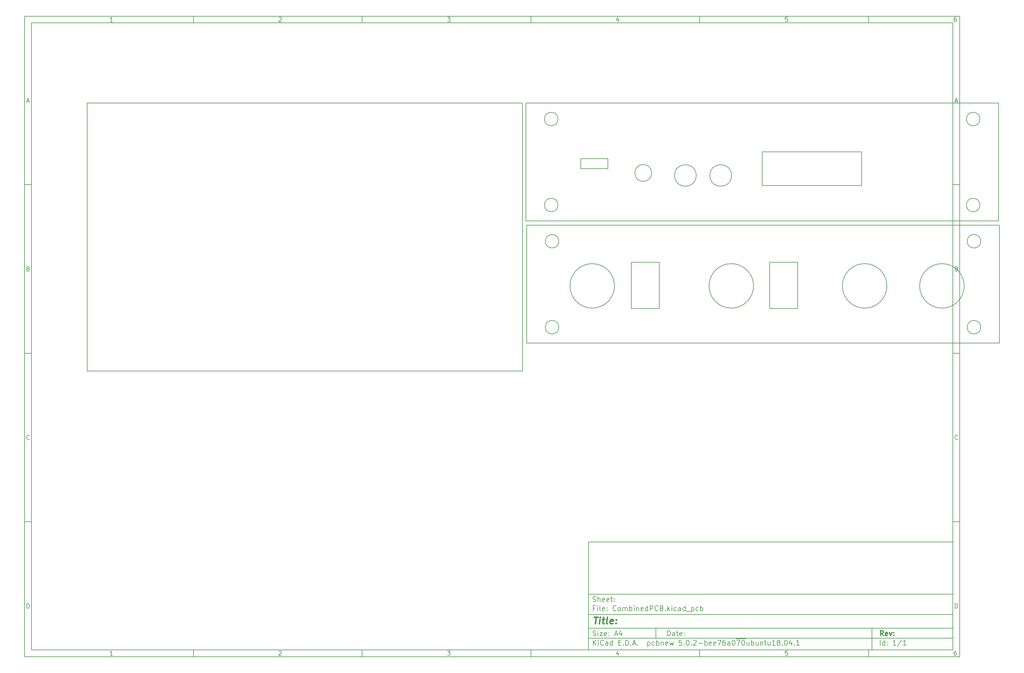
<source format=gm1>
G04 #@! TF.GenerationSoftware,KiCad,Pcbnew,5.0.2-bee76a0~70~ubuntu18.04.1*
G04 #@! TF.CreationDate,2019-02-25T13:51:23+02:00*
G04 #@! TF.ProjectId,CombinedPCB,436f6d62-696e-4656-9450-43422e6b6963,rev?*
G04 #@! TF.SameCoordinates,Original*
G04 #@! TF.FileFunction,Profile,NP*
%FSLAX46Y46*%
G04 Gerber Fmt 4.6, Leading zero omitted, Abs format (unit mm)*
G04 Created by KiCad (PCBNEW 5.0.2-bee76a0~70~ubuntu18.04.1) date Mon Feb 25 13:51:23 2019*
%MOMM*%
%LPD*%
G01*
G04 APERTURE LIST*
%ADD10C,0.100000*%
%ADD11C,0.150000*%
%ADD12C,0.300000*%
%ADD13C,0.400000*%
%ADD14C,0.200000*%
G04 APERTURE END LIST*
D10*
D11*
X177002200Y-166007200D02*
X177002200Y-198007200D01*
X285002200Y-198007200D01*
X285002200Y-166007200D01*
X177002200Y-166007200D01*
D10*
D11*
X10000000Y-10000000D02*
X10000000Y-200007200D01*
X287002200Y-200007200D01*
X287002200Y-10000000D01*
X10000000Y-10000000D01*
D10*
D11*
X12000000Y-12000000D02*
X12000000Y-198007200D01*
X285002200Y-198007200D01*
X285002200Y-12000000D01*
X12000000Y-12000000D01*
D10*
D11*
X60000000Y-12000000D02*
X60000000Y-10000000D01*
D10*
D11*
X110000000Y-12000000D02*
X110000000Y-10000000D01*
D10*
D11*
X160000000Y-12000000D02*
X160000000Y-10000000D01*
D10*
D11*
X210000000Y-12000000D02*
X210000000Y-10000000D01*
D10*
D11*
X260000000Y-12000000D02*
X260000000Y-10000000D01*
D10*
D11*
X36065476Y-11588095D02*
X35322619Y-11588095D01*
X35694047Y-11588095D02*
X35694047Y-10288095D01*
X35570238Y-10473809D01*
X35446428Y-10597619D01*
X35322619Y-10659523D01*
D10*
D11*
X85322619Y-10411904D02*
X85384523Y-10350000D01*
X85508333Y-10288095D01*
X85817857Y-10288095D01*
X85941666Y-10350000D01*
X86003571Y-10411904D01*
X86065476Y-10535714D01*
X86065476Y-10659523D01*
X86003571Y-10845238D01*
X85260714Y-11588095D01*
X86065476Y-11588095D01*
D10*
D11*
X135260714Y-10288095D02*
X136065476Y-10288095D01*
X135632142Y-10783333D01*
X135817857Y-10783333D01*
X135941666Y-10845238D01*
X136003571Y-10907142D01*
X136065476Y-11030952D01*
X136065476Y-11340476D01*
X136003571Y-11464285D01*
X135941666Y-11526190D01*
X135817857Y-11588095D01*
X135446428Y-11588095D01*
X135322619Y-11526190D01*
X135260714Y-11464285D01*
D10*
D11*
X185941666Y-10721428D02*
X185941666Y-11588095D01*
X185632142Y-10226190D02*
X185322619Y-11154761D01*
X186127380Y-11154761D01*
D10*
D11*
X236003571Y-10288095D02*
X235384523Y-10288095D01*
X235322619Y-10907142D01*
X235384523Y-10845238D01*
X235508333Y-10783333D01*
X235817857Y-10783333D01*
X235941666Y-10845238D01*
X236003571Y-10907142D01*
X236065476Y-11030952D01*
X236065476Y-11340476D01*
X236003571Y-11464285D01*
X235941666Y-11526190D01*
X235817857Y-11588095D01*
X235508333Y-11588095D01*
X235384523Y-11526190D01*
X235322619Y-11464285D01*
D10*
D11*
X285941666Y-10288095D02*
X285694047Y-10288095D01*
X285570238Y-10350000D01*
X285508333Y-10411904D01*
X285384523Y-10597619D01*
X285322619Y-10845238D01*
X285322619Y-11340476D01*
X285384523Y-11464285D01*
X285446428Y-11526190D01*
X285570238Y-11588095D01*
X285817857Y-11588095D01*
X285941666Y-11526190D01*
X286003571Y-11464285D01*
X286065476Y-11340476D01*
X286065476Y-11030952D01*
X286003571Y-10907142D01*
X285941666Y-10845238D01*
X285817857Y-10783333D01*
X285570238Y-10783333D01*
X285446428Y-10845238D01*
X285384523Y-10907142D01*
X285322619Y-11030952D01*
D10*
D11*
X60000000Y-198007200D02*
X60000000Y-200007200D01*
D10*
D11*
X110000000Y-198007200D02*
X110000000Y-200007200D01*
D10*
D11*
X160000000Y-198007200D02*
X160000000Y-200007200D01*
D10*
D11*
X210000000Y-198007200D02*
X210000000Y-200007200D01*
D10*
D11*
X260000000Y-198007200D02*
X260000000Y-200007200D01*
D10*
D11*
X36065476Y-199595295D02*
X35322619Y-199595295D01*
X35694047Y-199595295D02*
X35694047Y-198295295D01*
X35570238Y-198481009D01*
X35446428Y-198604819D01*
X35322619Y-198666723D01*
D10*
D11*
X85322619Y-198419104D02*
X85384523Y-198357200D01*
X85508333Y-198295295D01*
X85817857Y-198295295D01*
X85941666Y-198357200D01*
X86003571Y-198419104D01*
X86065476Y-198542914D01*
X86065476Y-198666723D01*
X86003571Y-198852438D01*
X85260714Y-199595295D01*
X86065476Y-199595295D01*
D10*
D11*
X135260714Y-198295295D02*
X136065476Y-198295295D01*
X135632142Y-198790533D01*
X135817857Y-198790533D01*
X135941666Y-198852438D01*
X136003571Y-198914342D01*
X136065476Y-199038152D01*
X136065476Y-199347676D01*
X136003571Y-199471485D01*
X135941666Y-199533390D01*
X135817857Y-199595295D01*
X135446428Y-199595295D01*
X135322619Y-199533390D01*
X135260714Y-199471485D01*
D10*
D11*
X185941666Y-198728628D02*
X185941666Y-199595295D01*
X185632142Y-198233390D02*
X185322619Y-199161961D01*
X186127380Y-199161961D01*
D10*
D11*
X236003571Y-198295295D02*
X235384523Y-198295295D01*
X235322619Y-198914342D01*
X235384523Y-198852438D01*
X235508333Y-198790533D01*
X235817857Y-198790533D01*
X235941666Y-198852438D01*
X236003571Y-198914342D01*
X236065476Y-199038152D01*
X236065476Y-199347676D01*
X236003571Y-199471485D01*
X235941666Y-199533390D01*
X235817857Y-199595295D01*
X235508333Y-199595295D01*
X235384523Y-199533390D01*
X235322619Y-199471485D01*
D10*
D11*
X285941666Y-198295295D02*
X285694047Y-198295295D01*
X285570238Y-198357200D01*
X285508333Y-198419104D01*
X285384523Y-198604819D01*
X285322619Y-198852438D01*
X285322619Y-199347676D01*
X285384523Y-199471485D01*
X285446428Y-199533390D01*
X285570238Y-199595295D01*
X285817857Y-199595295D01*
X285941666Y-199533390D01*
X286003571Y-199471485D01*
X286065476Y-199347676D01*
X286065476Y-199038152D01*
X286003571Y-198914342D01*
X285941666Y-198852438D01*
X285817857Y-198790533D01*
X285570238Y-198790533D01*
X285446428Y-198852438D01*
X285384523Y-198914342D01*
X285322619Y-199038152D01*
D10*
D11*
X10000000Y-60000000D02*
X12000000Y-60000000D01*
D10*
D11*
X10000000Y-110000000D02*
X12000000Y-110000000D01*
D10*
D11*
X10000000Y-160000000D02*
X12000000Y-160000000D01*
D10*
D11*
X10690476Y-35216666D02*
X11309523Y-35216666D01*
X10566666Y-35588095D02*
X11000000Y-34288095D01*
X11433333Y-35588095D01*
D10*
D11*
X11092857Y-84907142D02*
X11278571Y-84969047D01*
X11340476Y-85030952D01*
X11402380Y-85154761D01*
X11402380Y-85340476D01*
X11340476Y-85464285D01*
X11278571Y-85526190D01*
X11154761Y-85588095D01*
X10659523Y-85588095D01*
X10659523Y-84288095D01*
X11092857Y-84288095D01*
X11216666Y-84350000D01*
X11278571Y-84411904D01*
X11340476Y-84535714D01*
X11340476Y-84659523D01*
X11278571Y-84783333D01*
X11216666Y-84845238D01*
X11092857Y-84907142D01*
X10659523Y-84907142D01*
D10*
D11*
X11402380Y-135464285D02*
X11340476Y-135526190D01*
X11154761Y-135588095D01*
X11030952Y-135588095D01*
X10845238Y-135526190D01*
X10721428Y-135402380D01*
X10659523Y-135278571D01*
X10597619Y-135030952D01*
X10597619Y-134845238D01*
X10659523Y-134597619D01*
X10721428Y-134473809D01*
X10845238Y-134350000D01*
X11030952Y-134288095D01*
X11154761Y-134288095D01*
X11340476Y-134350000D01*
X11402380Y-134411904D01*
D10*
D11*
X10659523Y-185588095D02*
X10659523Y-184288095D01*
X10969047Y-184288095D01*
X11154761Y-184350000D01*
X11278571Y-184473809D01*
X11340476Y-184597619D01*
X11402380Y-184845238D01*
X11402380Y-185030952D01*
X11340476Y-185278571D01*
X11278571Y-185402380D01*
X11154761Y-185526190D01*
X10969047Y-185588095D01*
X10659523Y-185588095D01*
D10*
D11*
X287002200Y-60000000D02*
X285002200Y-60000000D01*
D10*
D11*
X287002200Y-110000000D02*
X285002200Y-110000000D01*
D10*
D11*
X287002200Y-160000000D02*
X285002200Y-160000000D01*
D10*
D11*
X285692676Y-35216666D02*
X286311723Y-35216666D01*
X285568866Y-35588095D02*
X286002200Y-34288095D01*
X286435533Y-35588095D01*
D10*
D11*
X286095057Y-84907142D02*
X286280771Y-84969047D01*
X286342676Y-85030952D01*
X286404580Y-85154761D01*
X286404580Y-85340476D01*
X286342676Y-85464285D01*
X286280771Y-85526190D01*
X286156961Y-85588095D01*
X285661723Y-85588095D01*
X285661723Y-84288095D01*
X286095057Y-84288095D01*
X286218866Y-84350000D01*
X286280771Y-84411904D01*
X286342676Y-84535714D01*
X286342676Y-84659523D01*
X286280771Y-84783333D01*
X286218866Y-84845238D01*
X286095057Y-84907142D01*
X285661723Y-84907142D01*
D10*
D11*
X286404580Y-135464285D02*
X286342676Y-135526190D01*
X286156961Y-135588095D01*
X286033152Y-135588095D01*
X285847438Y-135526190D01*
X285723628Y-135402380D01*
X285661723Y-135278571D01*
X285599819Y-135030952D01*
X285599819Y-134845238D01*
X285661723Y-134597619D01*
X285723628Y-134473809D01*
X285847438Y-134350000D01*
X286033152Y-134288095D01*
X286156961Y-134288095D01*
X286342676Y-134350000D01*
X286404580Y-134411904D01*
D10*
D11*
X285661723Y-185588095D02*
X285661723Y-184288095D01*
X285971247Y-184288095D01*
X286156961Y-184350000D01*
X286280771Y-184473809D01*
X286342676Y-184597619D01*
X286404580Y-184845238D01*
X286404580Y-185030952D01*
X286342676Y-185278571D01*
X286280771Y-185402380D01*
X286156961Y-185526190D01*
X285971247Y-185588095D01*
X285661723Y-185588095D01*
D10*
D11*
X200434342Y-193785771D02*
X200434342Y-192285771D01*
X200791485Y-192285771D01*
X201005771Y-192357200D01*
X201148628Y-192500057D01*
X201220057Y-192642914D01*
X201291485Y-192928628D01*
X201291485Y-193142914D01*
X201220057Y-193428628D01*
X201148628Y-193571485D01*
X201005771Y-193714342D01*
X200791485Y-193785771D01*
X200434342Y-193785771D01*
X202577200Y-193785771D02*
X202577200Y-193000057D01*
X202505771Y-192857200D01*
X202362914Y-192785771D01*
X202077200Y-192785771D01*
X201934342Y-192857200D01*
X202577200Y-193714342D02*
X202434342Y-193785771D01*
X202077200Y-193785771D01*
X201934342Y-193714342D01*
X201862914Y-193571485D01*
X201862914Y-193428628D01*
X201934342Y-193285771D01*
X202077200Y-193214342D01*
X202434342Y-193214342D01*
X202577200Y-193142914D01*
X203077200Y-192785771D02*
X203648628Y-192785771D01*
X203291485Y-192285771D02*
X203291485Y-193571485D01*
X203362914Y-193714342D01*
X203505771Y-193785771D01*
X203648628Y-193785771D01*
X204720057Y-193714342D02*
X204577200Y-193785771D01*
X204291485Y-193785771D01*
X204148628Y-193714342D01*
X204077200Y-193571485D01*
X204077200Y-193000057D01*
X204148628Y-192857200D01*
X204291485Y-192785771D01*
X204577200Y-192785771D01*
X204720057Y-192857200D01*
X204791485Y-193000057D01*
X204791485Y-193142914D01*
X204077200Y-193285771D01*
X205434342Y-193642914D02*
X205505771Y-193714342D01*
X205434342Y-193785771D01*
X205362914Y-193714342D01*
X205434342Y-193642914D01*
X205434342Y-193785771D01*
X205434342Y-192857200D02*
X205505771Y-192928628D01*
X205434342Y-193000057D01*
X205362914Y-192928628D01*
X205434342Y-192857200D01*
X205434342Y-193000057D01*
D10*
D11*
X177002200Y-194507200D02*
X285002200Y-194507200D01*
D10*
D11*
X178434342Y-196585771D02*
X178434342Y-195085771D01*
X179291485Y-196585771D02*
X178648628Y-195728628D01*
X179291485Y-195085771D02*
X178434342Y-195942914D01*
X179934342Y-196585771D02*
X179934342Y-195585771D01*
X179934342Y-195085771D02*
X179862914Y-195157200D01*
X179934342Y-195228628D01*
X180005771Y-195157200D01*
X179934342Y-195085771D01*
X179934342Y-195228628D01*
X181505771Y-196442914D02*
X181434342Y-196514342D01*
X181220057Y-196585771D01*
X181077200Y-196585771D01*
X180862914Y-196514342D01*
X180720057Y-196371485D01*
X180648628Y-196228628D01*
X180577200Y-195942914D01*
X180577200Y-195728628D01*
X180648628Y-195442914D01*
X180720057Y-195300057D01*
X180862914Y-195157200D01*
X181077200Y-195085771D01*
X181220057Y-195085771D01*
X181434342Y-195157200D01*
X181505771Y-195228628D01*
X182791485Y-196585771D02*
X182791485Y-195800057D01*
X182720057Y-195657200D01*
X182577200Y-195585771D01*
X182291485Y-195585771D01*
X182148628Y-195657200D01*
X182791485Y-196514342D02*
X182648628Y-196585771D01*
X182291485Y-196585771D01*
X182148628Y-196514342D01*
X182077200Y-196371485D01*
X182077200Y-196228628D01*
X182148628Y-196085771D01*
X182291485Y-196014342D01*
X182648628Y-196014342D01*
X182791485Y-195942914D01*
X184148628Y-196585771D02*
X184148628Y-195085771D01*
X184148628Y-196514342D02*
X184005771Y-196585771D01*
X183720057Y-196585771D01*
X183577200Y-196514342D01*
X183505771Y-196442914D01*
X183434342Y-196300057D01*
X183434342Y-195871485D01*
X183505771Y-195728628D01*
X183577200Y-195657200D01*
X183720057Y-195585771D01*
X184005771Y-195585771D01*
X184148628Y-195657200D01*
X186005771Y-195800057D02*
X186505771Y-195800057D01*
X186720057Y-196585771D02*
X186005771Y-196585771D01*
X186005771Y-195085771D01*
X186720057Y-195085771D01*
X187362914Y-196442914D02*
X187434342Y-196514342D01*
X187362914Y-196585771D01*
X187291485Y-196514342D01*
X187362914Y-196442914D01*
X187362914Y-196585771D01*
X188077200Y-196585771D02*
X188077200Y-195085771D01*
X188434342Y-195085771D01*
X188648628Y-195157200D01*
X188791485Y-195300057D01*
X188862914Y-195442914D01*
X188934342Y-195728628D01*
X188934342Y-195942914D01*
X188862914Y-196228628D01*
X188791485Y-196371485D01*
X188648628Y-196514342D01*
X188434342Y-196585771D01*
X188077200Y-196585771D01*
X189577200Y-196442914D02*
X189648628Y-196514342D01*
X189577200Y-196585771D01*
X189505771Y-196514342D01*
X189577200Y-196442914D01*
X189577200Y-196585771D01*
X190220057Y-196157200D02*
X190934342Y-196157200D01*
X190077200Y-196585771D02*
X190577200Y-195085771D01*
X191077200Y-196585771D01*
X191577200Y-196442914D02*
X191648628Y-196514342D01*
X191577200Y-196585771D01*
X191505771Y-196514342D01*
X191577200Y-196442914D01*
X191577200Y-196585771D01*
X194577200Y-195585771D02*
X194577200Y-197085771D01*
X194577200Y-195657200D02*
X194720057Y-195585771D01*
X195005771Y-195585771D01*
X195148628Y-195657200D01*
X195220057Y-195728628D01*
X195291485Y-195871485D01*
X195291485Y-196300057D01*
X195220057Y-196442914D01*
X195148628Y-196514342D01*
X195005771Y-196585771D01*
X194720057Y-196585771D01*
X194577200Y-196514342D01*
X196577200Y-196514342D02*
X196434342Y-196585771D01*
X196148628Y-196585771D01*
X196005771Y-196514342D01*
X195934342Y-196442914D01*
X195862914Y-196300057D01*
X195862914Y-195871485D01*
X195934342Y-195728628D01*
X196005771Y-195657200D01*
X196148628Y-195585771D01*
X196434342Y-195585771D01*
X196577200Y-195657200D01*
X197220057Y-196585771D02*
X197220057Y-195085771D01*
X197220057Y-195657200D02*
X197362914Y-195585771D01*
X197648628Y-195585771D01*
X197791485Y-195657200D01*
X197862914Y-195728628D01*
X197934342Y-195871485D01*
X197934342Y-196300057D01*
X197862914Y-196442914D01*
X197791485Y-196514342D01*
X197648628Y-196585771D01*
X197362914Y-196585771D01*
X197220057Y-196514342D01*
X198577200Y-195585771D02*
X198577200Y-196585771D01*
X198577200Y-195728628D02*
X198648628Y-195657200D01*
X198791485Y-195585771D01*
X199005771Y-195585771D01*
X199148628Y-195657200D01*
X199220057Y-195800057D01*
X199220057Y-196585771D01*
X200505771Y-196514342D02*
X200362914Y-196585771D01*
X200077200Y-196585771D01*
X199934342Y-196514342D01*
X199862914Y-196371485D01*
X199862914Y-195800057D01*
X199934342Y-195657200D01*
X200077200Y-195585771D01*
X200362914Y-195585771D01*
X200505771Y-195657200D01*
X200577200Y-195800057D01*
X200577200Y-195942914D01*
X199862914Y-196085771D01*
X201077200Y-195585771D02*
X201362914Y-196585771D01*
X201648628Y-195871485D01*
X201934342Y-196585771D01*
X202220057Y-195585771D01*
X204648628Y-195085771D02*
X203934342Y-195085771D01*
X203862914Y-195800057D01*
X203934342Y-195728628D01*
X204077200Y-195657200D01*
X204434342Y-195657200D01*
X204577200Y-195728628D01*
X204648628Y-195800057D01*
X204720057Y-195942914D01*
X204720057Y-196300057D01*
X204648628Y-196442914D01*
X204577200Y-196514342D01*
X204434342Y-196585771D01*
X204077200Y-196585771D01*
X203934342Y-196514342D01*
X203862914Y-196442914D01*
X205362914Y-196442914D02*
X205434342Y-196514342D01*
X205362914Y-196585771D01*
X205291485Y-196514342D01*
X205362914Y-196442914D01*
X205362914Y-196585771D01*
X206362914Y-195085771D02*
X206505771Y-195085771D01*
X206648628Y-195157200D01*
X206720057Y-195228628D01*
X206791485Y-195371485D01*
X206862914Y-195657200D01*
X206862914Y-196014342D01*
X206791485Y-196300057D01*
X206720057Y-196442914D01*
X206648628Y-196514342D01*
X206505771Y-196585771D01*
X206362914Y-196585771D01*
X206220057Y-196514342D01*
X206148628Y-196442914D01*
X206077200Y-196300057D01*
X206005771Y-196014342D01*
X206005771Y-195657200D01*
X206077200Y-195371485D01*
X206148628Y-195228628D01*
X206220057Y-195157200D01*
X206362914Y-195085771D01*
X207505771Y-196442914D02*
X207577200Y-196514342D01*
X207505771Y-196585771D01*
X207434342Y-196514342D01*
X207505771Y-196442914D01*
X207505771Y-196585771D01*
X208148628Y-195228628D02*
X208220057Y-195157200D01*
X208362914Y-195085771D01*
X208720057Y-195085771D01*
X208862914Y-195157200D01*
X208934342Y-195228628D01*
X209005771Y-195371485D01*
X209005771Y-195514342D01*
X208934342Y-195728628D01*
X208077200Y-196585771D01*
X209005771Y-196585771D01*
X209648628Y-196014342D02*
X210791485Y-196014342D01*
X211505771Y-196585771D02*
X211505771Y-195085771D01*
X211505771Y-195657200D02*
X211648628Y-195585771D01*
X211934342Y-195585771D01*
X212077200Y-195657200D01*
X212148628Y-195728628D01*
X212220057Y-195871485D01*
X212220057Y-196300057D01*
X212148628Y-196442914D01*
X212077200Y-196514342D01*
X211934342Y-196585771D01*
X211648628Y-196585771D01*
X211505771Y-196514342D01*
X213434342Y-196514342D02*
X213291485Y-196585771D01*
X213005771Y-196585771D01*
X212862914Y-196514342D01*
X212791485Y-196371485D01*
X212791485Y-195800057D01*
X212862914Y-195657200D01*
X213005771Y-195585771D01*
X213291485Y-195585771D01*
X213434342Y-195657200D01*
X213505771Y-195800057D01*
X213505771Y-195942914D01*
X212791485Y-196085771D01*
X214720057Y-196514342D02*
X214577200Y-196585771D01*
X214291485Y-196585771D01*
X214148628Y-196514342D01*
X214077200Y-196371485D01*
X214077200Y-195800057D01*
X214148628Y-195657200D01*
X214291485Y-195585771D01*
X214577200Y-195585771D01*
X214720057Y-195657200D01*
X214791485Y-195800057D01*
X214791485Y-195942914D01*
X214077200Y-196085771D01*
X215291485Y-195085771D02*
X216291485Y-195085771D01*
X215648628Y-196585771D01*
X217505771Y-195085771D02*
X217220057Y-195085771D01*
X217077200Y-195157200D01*
X217005771Y-195228628D01*
X216862914Y-195442914D01*
X216791485Y-195728628D01*
X216791485Y-196300057D01*
X216862914Y-196442914D01*
X216934342Y-196514342D01*
X217077200Y-196585771D01*
X217362914Y-196585771D01*
X217505771Y-196514342D01*
X217577200Y-196442914D01*
X217648628Y-196300057D01*
X217648628Y-195942914D01*
X217577200Y-195800057D01*
X217505771Y-195728628D01*
X217362914Y-195657200D01*
X217077200Y-195657200D01*
X216934342Y-195728628D01*
X216862914Y-195800057D01*
X216791485Y-195942914D01*
X218934342Y-196585771D02*
X218934342Y-195800057D01*
X218862914Y-195657200D01*
X218720057Y-195585771D01*
X218434342Y-195585771D01*
X218291485Y-195657200D01*
X218934342Y-196514342D02*
X218791485Y-196585771D01*
X218434342Y-196585771D01*
X218291485Y-196514342D01*
X218220057Y-196371485D01*
X218220057Y-196228628D01*
X218291485Y-196085771D01*
X218434342Y-196014342D01*
X218791485Y-196014342D01*
X218934342Y-195942914D01*
X219934342Y-195085771D02*
X220077200Y-195085771D01*
X220220057Y-195157200D01*
X220291485Y-195228628D01*
X220362914Y-195371485D01*
X220434342Y-195657200D01*
X220434342Y-196014342D01*
X220362914Y-196300057D01*
X220291485Y-196442914D01*
X220220057Y-196514342D01*
X220077200Y-196585771D01*
X219934342Y-196585771D01*
X219791485Y-196514342D01*
X219720057Y-196442914D01*
X219648628Y-196300057D01*
X219577200Y-196014342D01*
X219577200Y-195657200D01*
X219648628Y-195371485D01*
X219720057Y-195228628D01*
X219791485Y-195157200D01*
X219934342Y-195085771D01*
X220720057Y-194677200D02*
X222148628Y-194677200D01*
X220934342Y-195085771D02*
X221934342Y-195085771D01*
X221291485Y-196585771D01*
X222148628Y-194677200D02*
X223577200Y-194677200D01*
X222791485Y-195085771D02*
X222934342Y-195085771D01*
X223077200Y-195157200D01*
X223148628Y-195228628D01*
X223220057Y-195371485D01*
X223291485Y-195657200D01*
X223291485Y-196014342D01*
X223220057Y-196300057D01*
X223148628Y-196442914D01*
X223077200Y-196514342D01*
X222934342Y-196585771D01*
X222791485Y-196585771D01*
X222648628Y-196514342D01*
X222577200Y-196442914D01*
X222505771Y-196300057D01*
X222434342Y-196014342D01*
X222434342Y-195657200D01*
X222505771Y-195371485D01*
X222577200Y-195228628D01*
X222648628Y-195157200D01*
X222791485Y-195085771D01*
X224577200Y-195585771D02*
X224577200Y-196585771D01*
X223934342Y-195585771D02*
X223934342Y-196371485D01*
X224005771Y-196514342D01*
X224148628Y-196585771D01*
X224362914Y-196585771D01*
X224505771Y-196514342D01*
X224577200Y-196442914D01*
X225291485Y-196585771D02*
X225291485Y-195085771D01*
X225291485Y-195657200D02*
X225434342Y-195585771D01*
X225720057Y-195585771D01*
X225862914Y-195657200D01*
X225934342Y-195728628D01*
X226005771Y-195871485D01*
X226005771Y-196300057D01*
X225934342Y-196442914D01*
X225862914Y-196514342D01*
X225720057Y-196585771D01*
X225434342Y-196585771D01*
X225291485Y-196514342D01*
X227291485Y-195585771D02*
X227291485Y-196585771D01*
X226648628Y-195585771D02*
X226648628Y-196371485D01*
X226720057Y-196514342D01*
X226862914Y-196585771D01*
X227077200Y-196585771D01*
X227220057Y-196514342D01*
X227291485Y-196442914D01*
X228005771Y-195585771D02*
X228005771Y-196585771D01*
X228005771Y-195728628D02*
X228077200Y-195657200D01*
X228220057Y-195585771D01*
X228434342Y-195585771D01*
X228577200Y-195657200D01*
X228648628Y-195800057D01*
X228648628Y-196585771D01*
X229148628Y-195585771D02*
X229720057Y-195585771D01*
X229362914Y-195085771D02*
X229362914Y-196371485D01*
X229434342Y-196514342D01*
X229577200Y-196585771D01*
X229720057Y-196585771D01*
X230862914Y-195585771D02*
X230862914Y-196585771D01*
X230220057Y-195585771D02*
X230220057Y-196371485D01*
X230291485Y-196514342D01*
X230434342Y-196585771D01*
X230648628Y-196585771D01*
X230791485Y-196514342D01*
X230862914Y-196442914D01*
X232362914Y-196585771D02*
X231505771Y-196585771D01*
X231934342Y-196585771D02*
X231934342Y-195085771D01*
X231791485Y-195300057D01*
X231648628Y-195442914D01*
X231505771Y-195514342D01*
X233220057Y-195728628D02*
X233077200Y-195657200D01*
X233005771Y-195585771D01*
X232934342Y-195442914D01*
X232934342Y-195371485D01*
X233005771Y-195228628D01*
X233077200Y-195157200D01*
X233220057Y-195085771D01*
X233505771Y-195085771D01*
X233648628Y-195157200D01*
X233720057Y-195228628D01*
X233791485Y-195371485D01*
X233791485Y-195442914D01*
X233720057Y-195585771D01*
X233648628Y-195657200D01*
X233505771Y-195728628D01*
X233220057Y-195728628D01*
X233077200Y-195800057D01*
X233005771Y-195871485D01*
X232934342Y-196014342D01*
X232934342Y-196300057D01*
X233005771Y-196442914D01*
X233077200Y-196514342D01*
X233220057Y-196585771D01*
X233505771Y-196585771D01*
X233648628Y-196514342D01*
X233720057Y-196442914D01*
X233791485Y-196300057D01*
X233791485Y-196014342D01*
X233720057Y-195871485D01*
X233648628Y-195800057D01*
X233505771Y-195728628D01*
X234434342Y-196442914D02*
X234505771Y-196514342D01*
X234434342Y-196585771D01*
X234362914Y-196514342D01*
X234434342Y-196442914D01*
X234434342Y-196585771D01*
X235434342Y-195085771D02*
X235577200Y-195085771D01*
X235720057Y-195157200D01*
X235791485Y-195228628D01*
X235862914Y-195371485D01*
X235934342Y-195657200D01*
X235934342Y-196014342D01*
X235862914Y-196300057D01*
X235791485Y-196442914D01*
X235720057Y-196514342D01*
X235577200Y-196585771D01*
X235434342Y-196585771D01*
X235291485Y-196514342D01*
X235220057Y-196442914D01*
X235148628Y-196300057D01*
X235077200Y-196014342D01*
X235077200Y-195657200D01*
X235148628Y-195371485D01*
X235220057Y-195228628D01*
X235291485Y-195157200D01*
X235434342Y-195085771D01*
X237220057Y-195585771D02*
X237220057Y-196585771D01*
X236862914Y-195014342D02*
X236505771Y-196085771D01*
X237434342Y-196085771D01*
X238005771Y-196442914D02*
X238077199Y-196514342D01*
X238005771Y-196585771D01*
X237934342Y-196514342D01*
X238005771Y-196442914D01*
X238005771Y-196585771D01*
X239505771Y-196585771D02*
X238648628Y-196585771D01*
X239077200Y-196585771D02*
X239077200Y-195085771D01*
X238934342Y-195300057D01*
X238791485Y-195442914D01*
X238648628Y-195514342D01*
D10*
D11*
X177002200Y-191507200D02*
X285002200Y-191507200D01*
D10*
D12*
X264411485Y-193785771D02*
X263911485Y-193071485D01*
X263554342Y-193785771D02*
X263554342Y-192285771D01*
X264125771Y-192285771D01*
X264268628Y-192357200D01*
X264340057Y-192428628D01*
X264411485Y-192571485D01*
X264411485Y-192785771D01*
X264340057Y-192928628D01*
X264268628Y-193000057D01*
X264125771Y-193071485D01*
X263554342Y-193071485D01*
X265625771Y-193714342D02*
X265482914Y-193785771D01*
X265197200Y-193785771D01*
X265054342Y-193714342D01*
X264982914Y-193571485D01*
X264982914Y-193000057D01*
X265054342Y-192857200D01*
X265197200Y-192785771D01*
X265482914Y-192785771D01*
X265625771Y-192857200D01*
X265697200Y-193000057D01*
X265697200Y-193142914D01*
X264982914Y-193285771D01*
X266197200Y-192785771D02*
X266554342Y-193785771D01*
X266911485Y-192785771D01*
X267482914Y-193642914D02*
X267554342Y-193714342D01*
X267482914Y-193785771D01*
X267411485Y-193714342D01*
X267482914Y-193642914D01*
X267482914Y-193785771D01*
X267482914Y-192857200D02*
X267554342Y-192928628D01*
X267482914Y-193000057D01*
X267411485Y-192928628D01*
X267482914Y-192857200D01*
X267482914Y-193000057D01*
D10*
D11*
X178362914Y-193714342D02*
X178577200Y-193785771D01*
X178934342Y-193785771D01*
X179077200Y-193714342D01*
X179148628Y-193642914D01*
X179220057Y-193500057D01*
X179220057Y-193357200D01*
X179148628Y-193214342D01*
X179077200Y-193142914D01*
X178934342Y-193071485D01*
X178648628Y-193000057D01*
X178505771Y-192928628D01*
X178434342Y-192857200D01*
X178362914Y-192714342D01*
X178362914Y-192571485D01*
X178434342Y-192428628D01*
X178505771Y-192357200D01*
X178648628Y-192285771D01*
X179005771Y-192285771D01*
X179220057Y-192357200D01*
X179862914Y-193785771D02*
X179862914Y-192785771D01*
X179862914Y-192285771D02*
X179791485Y-192357200D01*
X179862914Y-192428628D01*
X179934342Y-192357200D01*
X179862914Y-192285771D01*
X179862914Y-192428628D01*
X180434342Y-192785771D02*
X181220057Y-192785771D01*
X180434342Y-193785771D01*
X181220057Y-193785771D01*
X182362914Y-193714342D02*
X182220057Y-193785771D01*
X181934342Y-193785771D01*
X181791485Y-193714342D01*
X181720057Y-193571485D01*
X181720057Y-193000057D01*
X181791485Y-192857200D01*
X181934342Y-192785771D01*
X182220057Y-192785771D01*
X182362914Y-192857200D01*
X182434342Y-193000057D01*
X182434342Y-193142914D01*
X181720057Y-193285771D01*
X183077200Y-193642914D02*
X183148628Y-193714342D01*
X183077200Y-193785771D01*
X183005771Y-193714342D01*
X183077200Y-193642914D01*
X183077200Y-193785771D01*
X183077200Y-192857200D02*
X183148628Y-192928628D01*
X183077200Y-193000057D01*
X183005771Y-192928628D01*
X183077200Y-192857200D01*
X183077200Y-193000057D01*
X184862914Y-193357200D02*
X185577200Y-193357200D01*
X184720057Y-193785771D02*
X185220057Y-192285771D01*
X185720057Y-193785771D01*
X186862914Y-192785771D02*
X186862914Y-193785771D01*
X186505771Y-192214342D02*
X186148628Y-193285771D01*
X187077200Y-193285771D01*
D10*
D11*
X263434342Y-196585771D02*
X263434342Y-195085771D01*
X264791485Y-196585771D02*
X264791485Y-195085771D01*
X264791485Y-196514342D02*
X264648628Y-196585771D01*
X264362914Y-196585771D01*
X264220057Y-196514342D01*
X264148628Y-196442914D01*
X264077200Y-196300057D01*
X264077200Y-195871485D01*
X264148628Y-195728628D01*
X264220057Y-195657200D01*
X264362914Y-195585771D01*
X264648628Y-195585771D01*
X264791485Y-195657200D01*
X265505771Y-196442914D02*
X265577200Y-196514342D01*
X265505771Y-196585771D01*
X265434342Y-196514342D01*
X265505771Y-196442914D01*
X265505771Y-196585771D01*
X265505771Y-195657200D02*
X265577200Y-195728628D01*
X265505771Y-195800057D01*
X265434342Y-195728628D01*
X265505771Y-195657200D01*
X265505771Y-195800057D01*
X268148628Y-196585771D02*
X267291485Y-196585771D01*
X267720057Y-196585771D02*
X267720057Y-195085771D01*
X267577200Y-195300057D01*
X267434342Y-195442914D01*
X267291485Y-195514342D01*
X269862914Y-195014342D02*
X268577200Y-196942914D01*
X271148628Y-196585771D02*
X270291485Y-196585771D01*
X270720057Y-196585771D02*
X270720057Y-195085771D01*
X270577200Y-195300057D01*
X270434342Y-195442914D01*
X270291485Y-195514342D01*
D10*
D11*
X177002200Y-187507200D02*
X285002200Y-187507200D01*
D10*
D13*
X178714580Y-188211961D02*
X179857438Y-188211961D01*
X179036009Y-190211961D02*
X179286009Y-188211961D01*
X180274104Y-190211961D02*
X180440771Y-188878628D01*
X180524104Y-188211961D02*
X180416961Y-188307200D01*
X180500295Y-188402438D01*
X180607438Y-188307200D01*
X180524104Y-188211961D01*
X180500295Y-188402438D01*
X181107438Y-188878628D02*
X181869342Y-188878628D01*
X181476485Y-188211961D02*
X181262200Y-189926247D01*
X181333628Y-190116723D01*
X181512200Y-190211961D01*
X181702676Y-190211961D01*
X182655057Y-190211961D02*
X182476485Y-190116723D01*
X182405057Y-189926247D01*
X182619342Y-188211961D01*
X184190771Y-190116723D02*
X183988390Y-190211961D01*
X183607438Y-190211961D01*
X183428866Y-190116723D01*
X183357438Y-189926247D01*
X183452676Y-189164342D01*
X183571723Y-188973866D01*
X183774104Y-188878628D01*
X184155057Y-188878628D01*
X184333628Y-188973866D01*
X184405057Y-189164342D01*
X184381247Y-189354819D01*
X183405057Y-189545295D01*
X185155057Y-190021485D02*
X185238390Y-190116723D01*
X185131247Y-190211961D01*
X185047914Y-190116723D01*
X185155057Y-190021485D01*
X185131247Y-190211961D01*
X185286009Y-188973866D02*
X185369342Y-189069104D01*
X185262200Y-189164342D01*
X185178866Y-189069104D01*
X185286009Y-188973866D01*
X185262200Y-189164342D01*
D10*
D11*
X178934342Y-185600057D02*
X178434342Y-185600057D01*
X178434342Y-186385771D02*
X178434342Y-184885771D01*
X179148628Y-184885771D01*
X179720057Y-186385771D02*
X179720057Y-185385771D01*
X179720057Y-184885771D02*
X179648628Y-184957200D01*
X179720057Y-185028628D01*
X179791485Y-184957200D01*
X179720057Y-184885771D01*
X179720057Y-185028628D01*
X180648628Y-186385771D02*
X180505771Y-186314342D01*
X180434342Y-186171485D01*
X180434342Y-184885771D01*
X181791485Y-186314342D02*
X181648628Y-186385771D01*
X181362914Y-186385771D01*
X181220057Y-186314342D01*
X181148628Y-186171485D01*
X181148628Y-185600057D01*
X181220057Y-185457200D01*
X181362914Y-185385771D01*
X181648628Y-185385771D01*
X181791485Y-185457200D01*
X181862914Y-185600057D01*
X181862914Y-185742914D01*
X181148628Y-185885771D01*
X182505771Y-186242914D02*
X182577200Y-186314342D01*
X182505771Y-186385771D01*
X182434342Y-186314342D01*
X182505771Y-186242914D01*
X182505771Y-186385771D01*
X182505771Y-185457200D02*
X182577200Y-185528628D01*
X182505771Y-185600057D01*
X182434342Y-185528628D01*
X182505771Y-185457200D01*
X182505771Y-185600057D01*
X185220057Y-186242914D02*
X185148628Y-186314342D01*
X184934342Y-186385771D01*
X184791485Y-186385771D01*
X184577200Y-186314342D01*
X184434342Y-186171485D01*
X184362914Y-186028628D01*
X184291485Y-185742914D01*
X184291485Y-185528628D01*
X184362914Y-185242914D01*
X184434342Y-185100057D01*
X184577200Y-184957200D01*
X184791485Y-184885771D01*
X184934342Y-184885771D01*
X185148628Y-184957200D01*
X185220057Y-185028628D01*
X186077200Y-186385771D02*
X185934342Y-186314342D01*
X185862914Y-186242914D01*
X185791485Y-186100057D01*
X185791485Y-185671485D01*
X185862914Y-185528628D01*
X185934342Y-185457200D01*
X186077200Y-185385771D01*
X186291485Y-185385771D01*
X186434342Y-185457200D01*
X186505771Y-185528628D01*
X186577200Y-185671485D01*
X186577200Y-186100057D01*
X186505771Y-186242914D01*
X186434342Y-186314342D01*
X186291485Y-186385771D01*
X186077200Y-186385771D01*
X187220057Y-186385771D02*
X187220057Y-185385771D01*
X187220057Y-185528628D02*
X187291485Y-185457200D01*
X187434342Y-185385771D01*
X187648628Y-185385771D01*
X187791485Y-185457200D01*
X187862914Y-185600057D01*
X187862914Y-186385771D01*
X187862914Y-185600057D02*
X187934342Y-185457200D01*
X188077200Y-185385771D01*
X188291485Y-185385771D01*
X188434342Y-185457200D01*
X188505771Y-185600057D01*
X188505771Y-186385771D01*
X189220057Y-186385771D02*
X189220057Y-184885771D01*
X189220057Y-185457200D02*
X189362914Y-185385771D01*
X189648628Y-185385771D01*
X189791485Y-185457200D01*
X189862914Y-185528628D01*
X189934342Y-185671485D01*
X189934342Y-186100057D01*
X189862914Y-186242914D01*
X189791485Y-186314342D01*
X189648628Y-186385771D01*
X189362914Y-186385771D01*
X189220057Y-186314342D01*
X190577200Y-186385771D02*
X190577200Y-185385771D01*
X190577200Y-184885771D02*
X190505771Y-184957200D01*
X190577200Y-185028628D01*
X190648628Y-184957200D01*
X190577200Y-184885771D01*
X190577200Y-185028628D01*
X191291485Y-185385771D02*
X191291485Y-186385771D01*
X191291485Y-185528628D02*
X191362914Y-185457200D01*
X191505771Y-185385771D01*
X191720057Y-185385771D01*
X191862914Y-185457200D01*
X191934342Y-185600057D01*
X191934342Y-186385771D01*
X193220057Y-186314342D02*
X193077200Y-186385771D01*
X192791485Y-186385771D01*
X192648628Y-186314342D01*
X192577200Y-186171485D01*
X192577200Y-185600057D01*
X192648628Y-185457200D01*
X192791485Y-185385771D01*
X193077200Y-185385771D01*
X193220057Y-185457200D01*
X193291485Y-185600057D01*
X193291485Y-185742914D01*
X192577200Y-185885771D01*
X194577200Y-186385771D02*
X194577200Y-184885771D01*
X194577200Y-186314342D02*
X194434342Y-186385771D01*
X194148628Y-186385771D01*
X194005771Y-186314342D01*
X193934342Y-186242914D01*
X193862914Y-186100057D01*
X193862914Y-185671485D01*
X193934342Y-185528628D01*
X194005771Y-185457200D01*
X194148628Y-185385771D01*
X194434342Y-185385771D01*
X194577200Y-185457200D01*
X195291485Y-186385771D02*
X195291485Y-184885771D01*
X195862914Y-184885771D01*
X196005771Y-184957200D01*
X196077200Y-185028628D01*
X196148628Y-185171485D01*
X196148628Y-185385771D01*
X196077200Y-185528628D01*
X196005771Y-185600057D01*
X195862914Y-185671485D01*
X195291485Y-185671485D01*
X197648628Y-186242914D02*
X197577200Y-186314342D01*
X197362914Y-186385771D01*
X197220057Y-186385771D01*
X197005771Y-186314342D01*
X196862914Y-186171485D01*
X196791485Y-186028628D01*
X196720057Y-185742914D01*
X196720057Y-185528628D01*
X196791485Y-185242914D01*
X196862914Y-185100057D01*
X197005771Y-184957200D01*
X197220057Y-184885771D01*
X197362914Y-184885771D01*
X197577200Y-184957200D01*
X197648628Y-185028628D01*
X198791485Y-185600057D02*
X199005771Y-185671485D01*
X199077200Y-185742914D01*
X199148628Y-185885771D01*
X199148628Y-186100057D01*
X199077200Y-186242914D01*
X199005771Y-186314342D01*
X198862914Y-186385771D01*
X198291485Y-186385771D01*
X198291485Y-184885771D01*
X198791485Y-184885771D01*
X198934342Y-184957200D01*
X199005771Y-185028628D01*
X199077200Y-185171485D01*
X199077200Y-185314342D01*
X199005771Y-185457200D01*
X198934342Y-185528628D01*
X198791485Y-185600057D01*
X198291485Y-185600057D01*
X199791485Y-186242914D02*
X199862914Y-186314342D01*
X199791485Y-186385771D01*
X199720057Y-186314342D01*
X199791485Y-186242914D01*
X199791485Y-186385771D01*
X200505771Y-186385771D02*
X200505771Y-184885771D01*
X200648628Y-185814342D02*
X201077200Y-186385771D01*
X201077200Y-185385771D02*
X200505771Y-185957200D01*
X201720057Y-186385771D02*
X201720057Y-185385771D01*
X201720057Y-184885771D02*
X201648628Y-184957200D01*
X201720057Y-185028628D01*
X201791485Y-184957200D01*
X201720057Y-184885771D01*
X201720057Y-185028628D01*
X203077200Y-186314342D02*
X202934342Y-186385771D01*
X202648628Y-186385771D01*
X202505771Y-186314342D01*
X202434342Y-186242914D01*
X202362914Y-186100057D01*
X202362914Y-185671485D01*
X202434342Y-185528628D01*
X202505771Y-185457200D01*
X202648628Y-185385771D01*
X202934342Y-185385771D01*
X203077200Y-185457200D01*
X204362914Y-186385771D02*
X204362914Y-185600057D01*
X204291485Y-185457200D01*
X204148628Y-185385771D01*
X203862914Y-185385771D01*
X203720057Y-185457200D01*
X204362914Y-186314342D02*
X204220057Y-186385771D01*
X203862914Y-186385771D01*
X203720057Y-186314342D01*
X203648628Y-186171485D01*
X203648628Y-186028628D01*
X203720057Y-185885771D01*
X203862914Y-185814342D01*
X204220057Y-185814342D01*
X204362914Y-185742914D01*
X205720057Y-186385771D02*
X205720057Y-184885771D01*
X205720057Y-186314342D02*
X205577200Y-186385771D01*
X205291485Y-186385771D01*
X205148628Y-186314342D01*
X205077200Y-186242914D01*
X205005771Y-186100057D01*
X205005771Y-185671485D01*
X205077200Y-185528628D01*
X205148628Y-185457200D01*
X205291485Y-185385771D01*
X205577200Y-185385771D01*
X205720057Y-185457200D01*
X206077200Y-186528628D02*
X207220057Y-186528628D01*
X207577200Y-185385771D02*
X207577200Y-186885771D01*
X207577200Y-185457200D02*
X207720057Y-185385771D01*
X208005771Y-185385771D01*
X208148628Y-185457200D01*
X208220057Y-185528628D01*
X208291485Y-185671485D01*
X208291485Y-186100057D01*
X208220057Y-186242914D01*
X208148628Y-186314342D01*
X208005771Y-186385771D01*
X207720057Y-186385771D01*
X207577200Y-186314342D01*
X209577200Y-186314342D02*
X209434342Y-186385771D01*
X209148628Y-186385771D01*
X209005771Y-186314342D01*
X208934342Y-186242914D01*
X208862914Y-186100057D01*
X208862914Y-185671485D01*
X208934342Y-185528628D01*
X209005771Y-185457200D01*
X209148628Y-185385771D01*
X209434342Y-185385771D01*
X209577200Y-185457200D01*
X210220057Y-186385771D02*
X210220057Y-184885771D01*
X210220057Y-185457200D02*
X210362914Y-185385771D01*
X210648628Y-185385771D01*
X210791485Y-185457200D01*
X210862914Y-185528628D01*
X210934342Y-185671485D01*
X210934342Y-186100057D01*
X210862914Y-186242914D01*
X210791485Y-186314342D01*
X210648628Y-186385771D01*
X210362914Y-186385771D01*
X210220057Y-186314342D01*
D10*
D11*
X177002200Y-181507200D02*
X285002200Y-181507200D01*
D10*
D11*
X178362914Y-183614342D02*
X178577200Y-183685771D01*
X178934342Y-183685771D01*
X179077200Y-183614342D01*
X179148628Y-183542914D01*
X179220057Y-183400057D01*
X179220057Y-183257200D01*
X179148628Y-183114342D01*
X179077200Y-183042914D01*
X178934342Y-182971485D01*
X178648628Y-182900057D01*
X178505771Y-182828628D01*
X178434342Y-182757200D01*
X178362914Y-182614342D01*
X178362914Y-182471485D01*
X178434342Y-182328628D01*
X178505771Y-182257200D01*
X178648628Y-182185771D01*
X179005771Y-182185771D01*
X179220057Y-182257200D01*
X179862914Y-183685771D02*
X179862914Y-182185771D01*
X180505771Y-183685771D02*
X180505771Y-182900057D01*
X180434342Y-182757200D01*
X180291485Y-182685771D01*
X180077200Y-182685771D01*
X179934342Y-182757200D01*
X179862914Y-182828628D01*
X181791485Y-183614342D02*
X181648628Y-183685771D01*
X181362914Y-183685771D01*
X181220057Y-183614342D01*
X181148628Y-183471485D01*
X181148628Y-182900057D01*
X181220057Y-182757200D01*
X181362914Y-182685771D01*
X181648628Y-182685771D01*
X181791485Y-182757200D01*
X181862914Y-182900057D01*
X181862914Y-183042914D01*
X181148628Y-183185771D01*
X183077200Y-183614342D02*
X182934342Y-183685771D01*
X182648628Y-183685771D01*
X182505771Y-183614342D01*
X182434342Y-183471485D01*
X182434342Y-182900057D01*
X182505771Y-182757200D01*
X182648628Y-182685771D01*
X182934342Y-182685771D01*
X183077200Y-182757200D01*
X183148628Y-182900057D01*
X183148628Y-183042914D01*
X182434342Y-183185771D01*
X183577200Y-182685771D02*
X184148628Y-182685771D01*
X183791485Y-182185771D02*
X183791485Y-183471485D01*
X183862914Y-183614342D01*
X184005771Y-183685771D01*
X184148628Y-183685771D01*
X184648628Y-183542914D02*
X184720057Y-183614342D01*
X184648628Y-183685771D01*
X184577200Y-183614342D01*
X184648628Y-183542914D01*
X184648628Y-183685771D01*
X184648628Y-182757200D02*
X184720057Y-182828628D01*
X184648628Y-182900057D01*
X184577200Y-182828628D01*
X184648628Y-182757200D01*
X184648628Y-182900057D01*
D10*
D11*
X197002200Y-191507200D02*
X197002200Y-194507200D01*
D10*
D11*
X261002200Y-191507200D02*
X261002200Y-198007200D01*
X28500000Y-35750000D02*
X28500000Y-115250000D01*
X157500000Y-35750000D02*
X28500000Y-35750000D01*
X157500000Y-115250000D02*
X157500000Y-35750000D01*
X28500000Y-115250000D02*
X157500000Y-115250000D01*
D14*
X195750000Y-56500000D02*
G75*
G03X195750000Y-56500000I-2500000J0D01*
G01*
X228500000Y-50250000D02*
X258000000Y-50250000D01*
X258000000Y-60250000D02*
X228500000Y-60250000D01*
X228500000Y-60250000D02*
X228500000Y-50250000D01*
X258000000Y-50250000D02*
X258000000Y-60250000D01*
X219400000Y-57250000D02*
G75*
G03X219400000Y-57250000I-3200000J0D01*
G01*
X208950000Y-57250000D02*
G75*
G03X208950000Y-57250000I-3200000J0D01*
G01*
X174750000Y-52250000D02*
X182750000Y-52250000D01*
X182750000Y-55250000D02*
X182750000Y-52250000D01*
X174750000Y-55250000D02*
X182750000Y-55250000D01*
X174750000Y-52250000D02*
X174750000Y-55250000D01*
X293250000Y-102250000D02*
G75*
G03X293250000Y-102250000I-2000000J0D01*
G01*
D11*
X158750000Y-107000000D02*
X158750000Y-72000000D01*
X158750000Y-72000000D02*
X298750000Y-72000000D01*
X298750000Y-107000000D02*
X158750000Y-107000000D01*
D14*
X239000000Y-96750000D02*
X230750000Y-96750000D01*
X225950000Y-90000000D02*
G75*
G03X225950000Y-90000000I-6600000J0D01*
G01*
X189750000Y-83000000D02*
X198000000Y-83000000D01*
X239000000Y-83000000D02*
X239000000Y-96750000D01*
X168250000Y-76750000D02*
G75*
G03X168250000Y-76750000I-2000000J0D01*
G01*
X265450000Y-90000000D02*
G75*
G03X265450000Y-90000000I-6600000J0D01*
G01*
X288350000Y-90000000D02*
G75*
G03X288350000Y-90000000I-6600000J0D01*
G01*
D11*
X298750000Y-72000000D02*
X298750000Y-107000000D01*
D14*
X198000000Y-96750000D02*
X189750000Y-96750000D01*
X230750000Y-83000000D02*
X239000000Y-83000000D01*
X198000000Y-83000000D02*
X198000000Y-96750000D01*
X293250000Y-76750000D02*
G75*
G03X293250000Y-76750000I-2000000J0D01*
G01*
X189750000Y-96750000D02*
X189750000Y-83000000D01*
X230750000Y-96750000D02*
X230750000Y-83000000D01*
X168250000Y-102250000D02*
G75*
G03X168250000Y-102250000I-2000000J0D01*
G01*
X184750000Y-90000000D02*
G75*
G03X184750000Y-90000000I-6600000J0D01*
G01*
X293000000Y-40500000D02*
G75*
G03X293000000Y-40500000I-2000000J0D01*
G01*
X293000000Y-66000000D02*
G75*
G03X293000000Y-66000000I-2000000J0D01*
G01*
X168000000Y-66000000D02*
G75*
G03X168000000Y-66000000I-2000000J0D01*
G01*
X168000000Y-40500000D02*
G75*
G03X168000000Y-40500000I-2000000J0D01*
G01*
D11*
X298500000Y-35750000D02*
X298500000Y-70750000D01*
X298500000Y-70750000D02*
X158500000Y-70750000D01*
X158500000Y-35750000D02*
X298500000Y-35750000D01*
X158500000Y-70750000D02*
X158500000Y-35750000D01*
M02*

</source>
